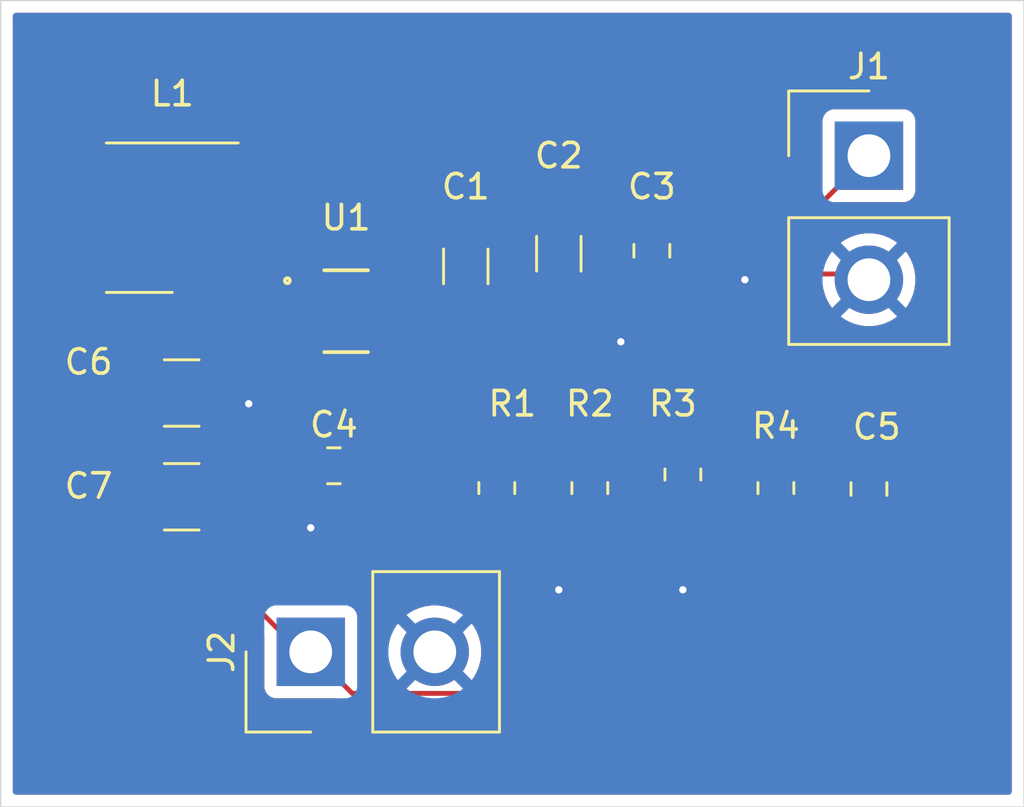
<source format=kicad_pcb>
(kicad_pcb (version 20241229) (generator "pcbnew") (generator_version "9.0")
  (layers (0 "F.Cu" signal) (2 "B.Cu" signal) (13 "F.Paste" user) (15 "B.Paste" user) (5 "F.SilkS" user "F.Silkscreen") (7 "B.SilkS" user "B.Silkscreen") (1 "F.Mask" user) (3 "B.Mask" user) (25 "Edge.Cuts" user))
  (net 0 "")
  (net 1 "/Vin")
  (net 2 "GND")
  (net 3 "Net-(U1-BOOT)")
  (net 4 "Net-(U1-FB)")
  (net 5 "Net-(C5-Pad1)")
  (net 6 "Net-(U1-RT)")
  (net 7 "/Vout")
  (net 8 "/SW")
  (footprint "Capacitor_SMD:C_1210_3225Metric" (layer "F.Cu") (at 144.575 91)
    (property "Reference" "C6" (at -3.81 -1.27 0) (layer "F.SilkS"))
    (property "Value" "47uF" (hide yes))
    (fp_line (start -0.711252 -1.36) (end 0.711252 -1.36) (stroke (width 0.12)) (layer "F.SilkS"))
    (fp_line (start -0.711252 1.36) (end 0.711252 1.36) (stroke (width 0.12)) (layer "F.SilkS"))
    (pad "1" smd roundrect (at -1.475 0) (size 1.15 2.7) (layers "F.Cu" "F.Mask" "F.Paste") (roundrect_rratio 0.217391) (net 7 "/Vout"))
    (pad "2" smd roundrect (at 1.475 0) (size 1.15 2.7) (layers "F.Cu" "F.Mask" "F.Paste") (roundrect_rratio 0.217391) (net 2 "GND"))
  )
  (footprint "Connector_Samtec_HPM_THT:Samtec_HPM-02-01-x-S_Straight_1x02_Pitch5.08mm" (layer "F.Cu") (at 149.86 101.6 90)
    (property "Reference" "J2" (at 0 -3.65 90) (layer "F.SilkS"))
    (property "Value" "Screw_Terminal_01x02" (hide yes))
    (fp_line (start -3.285 -2.65) (end 0 -2.65) (stroke (width 0.12)) (layer "F.SilkS"))
    (fp_line (start -3.285 0) (end -3.285 -2.65) (stroke (width 0.12)) (layer "F.SilkS"))
    (fp_line (start 3.285 2.54) (end 3.285 7.73) (stroke (width 0.12)) (layer "F.SilkS"))
    (fp_line (start -3.285 2.54) (end 3.285 2.54) (stroke (width 0.12)) (layer "F.SilkS"))
    (fp_line (start -3.285 2.54) (end -3.285 7.73) (stroke (width 0.12)) (layer "F.SilkS"))
    (fp_line (start -3.285 7.73) (end 3.285 7.73) (stroke (width 0.12)) (layer "F.SilkS"))
    (pad "1" thru_hole rect (at 0 0 90) (size 2.8 2.8) (drill 1.75) (layers "*.Cu" "*.Mask") (net 7 "/Vout"))
    (pad "2" thru_hole circle (at 0 5.08 90) (size 2.8 2.8) (drill 1.75) (layers "*.Cu" "*.Mask") (net 2 "GND"))
  )
  (footprint "Resistor_SMD:R_0805_2012Metric" (layer "F.Cu") (at 157.48 94.8925 -90)
    (property "Reference" "R1" (at -3.4525 -0.635 180) (layer "F.SilkS"))
    (property "Value" "30.9K" (hide yes))
    (fp_line (start -0.227064 0.735) (end 0.227064 0.735) (stroke (width 0.12)) (layer "F.SilkS"))
    (fp_line (start -0.227064 -0.735) (end 0.227064 -0.735) (stroke (width 0.12)) (layer "F.SilkS"))
    (pad "1" smd roundrect (at -0.9125 0 270) (size 1.025 1.4) (layers "F.Cu" "F.Mask" "F.Paste") (roundrect_rratio 0.243902) (net 6 "Net-(U1-RT)"))
    (pad "2" smd roundrect (at 0.9125 0 270) (size 1.025 1.4) (layers "F.Cu" "F.Mask" "F.Paste") (roundrect_rratio 0.243902) (net 2 "GND"))
  )
  (footprint "Capacitor_SMD:C_0805_2012Metric" (layer "F.Cu") (at 163.83 85.175 -90)
    (property "Reference" "C3" (at -2.625 0 0) (layer "F.SilkS"))
    (property "Value" "0.1uF" (hide yes))
    (fp_line (start -0.261252 0.735) (end 0.261252 0.735) (stroke (width 0.12)) (layer "F.SilkS"))
    (fp_line (start -0.261252 -0.735) (end 0.261252 -0.735) (stroke (width 0.12)) (layer "F.SilkS"))
    (pad "1" smd roundrect (at -0.95 0 270) (size 1 1.45) (layers "F.Cu" "F.Mask" "F.Paste") (net 1 "/Vin"))
    (pad "2" smd roundrect (at 0.95 0 270) (size 1 1.45) (layers "F.Cu" "F.Mask" "F.Paste") (net 2 "GND"))
  )
  (footprint "Capacitor_SMD:C_1206_3216Metric" (layer "F.Cu") (at 156.21 85.815 -90)
    (property "Reference" "C1" (at -3.265 0 0) (layer "F.SilkS"))
    (property "Value" "10uF" (hide yes))
    (fp_line (start -0.711252 0.91) (end 0.711252 0.91) (stroke (width 0.12)) (layer "F.SilkS"))
    (fp_line (start -0.711252 -0.91) (end 0.711252 -0.91) (stroke (width 0.12)) (layer "F.SilkS"))
    (pad "1" smd roundrect (at -1.475 0 270) (size 1.15 1.8) (layers "F.Cu" "F.Mask" "F.Paste") (roundrect_rratio 0.217391) (net 1 "/Vin"))
    (pad "2" smd roundrect (at 1.475 0 270) (size 1.15 1.8) (layers "F.Cu" "F.Mask" "F.Paste") (roundrect_rratio 0.217391) (net 2 "GND"))
  )
  (footprint "Resistor_SMD:R_0805_2012Metric" (layer "F.Cu") (at 161.29 94.8925 -90)
    (property "Reference" "R2" (at -3.4525 0 0) (layer "F.SilkS"))
    (property "Value" "84.5K" (hide yes))
    (fp_line (start -0.227064 0.735) (end 0.227064 0.735) (stroke (width 0.12)) (layer "F.SilkS"))
    (fp_line (start -0.227064 -0.735) (end 0.227064 -0.735) (stroke (width 0.12)) (layer "F.SilkS"))
    (pad "1" smd roundrect (at -0.9125 0 270) (size 1.025 1.4) (layers "F.Cu" "F.Mask" "F.Paste") (roundrect_rratio 0.243902) (net 7 "/Vout"))
    (pad "2" smd roundrect (at 0.9125 0 270) (size 1.025 1.4) (layers "F.Cu" "F.Mask" "F.Paste") (roundrect_rratio 0.243902) (net 4 "Net-(U1-FB)"))
  )
  (footprint "Resistor_SMD:R_0805_2012Metric" (layer "F.Cu") (at 168.91 94.8925 -90)
    (property "Reference" "R4" (at -2.54 0 0) (layer "F.SilkS"))
    (property "Value" "1K" (hide yes))
    (fp_line (start -0.227064 0.735) (end 0.227064 0.735) (stroke (width 0.12)) (layer "F.SilkS"))
    (fp_line (start -0.227064 -0.735) (end 0.227064 -0.735) (stroke (width 0.12)) (layer "F.SilkS"))
    (pad "1" smd roundrect (at -0.9125 0 270) (size 1.025 1.4) (layers "F.Cu" "F.Mask" "F.Paste") (roundrect_rratio 0.243902) (net 7 "/Vout"))
    (pad "2" smd roundrect (at 0.9125 0 270) (size 1.025 1.4) (layers "F.Cu" "F.Mask" "F.Paste") (roundrect_rratio 0.243902) (net 5 "Net-(C5-Pad1)"))
  )
  (footprint "Capacitor_SMD:C_0805_2012Metric" (layer "F.Cu") (at 150.81 93.98)
    (property "Reference" "C4" (at 0 -1.68 0) (layer "F.SilkS"))
    (property "Value" "0.1uF" (hide yes))
    (fp_line (start -0.261252 -0.735) (end 0.261252 -0.735) (stroke (width 0.12)) (layer "F.SilkS"))
    (fp_line (start -0.261252 0.735) (end 0.261252 0.735) (stroke (width 0.12)) (layer "F.SilkS"))
    (pad "1" smd roundrect (at -0.95 0) (size 1 1.45) (layers "F.Cu" "F.Mask" "F.Paste") (net 3 "Net-(U1-BOOT)"))
    (pad "2" smd roundrect (at 0.95 0) (size 1 1.45) (layers "F.Cu" "F.Mask" "F.Paste") (net 8 "/SW"))
  )
  (footprint "KiCADv6:WSON_SDRRR_TEX" (layer "F.Cu") (at 151.3078 87.649685)
    (property "Reference" "U1" (at 0 -3.829685 0) (layer "F.SilkS"))
    (property "Value" "LMR51450SDRRR" (hide yes))
    (fp_line (start -0.895578 1.6764) (end 0.895578 1.6764) (stroke (width 0.1524)) (layer "F.SilkS"))
    (fp_line (start 0.895578 -1.6764) (end -0.895578 -1.6764) (stroke (width 0.1524)) (layer "F.SilkS"))
    (fp_circle (center -2.405126 -1.250315) (end -2.303526 -1.250315) (stroke (width 0.1524)) (fill no) (layer "F.SilkS"))
    (pad "1" smd rect (at -1.4478 -1.250315) (size 0.8128 0.254) (layers "F.Cu" "F.Mask" "F.Paste") (net 8 "/SW"))
    (pad "2" smd rect (at -1.4478 -0.750189) (size 0.8128 0.254) (layers "F.Cu" "F.Mask" "F.Paste") (net 8 "/SW"))
    (pad "3" smd rect (at -1.4478 -0.250063) (size 0.8128 0.254) (layers "F.Cu" "F.Mask" "F.Paste") (net 8 "/SW"))
    (pad "4" smd rect (at -1.4478 0.250063) (size 0.8128 0.254) (layers "F.Cu" "F.Mask" "F.Paste") (net 3 "Net-(U1-BOOT)"))
    (pad "5" smd rect (at -1.4478 0.750189) (size 0.8128 0.254) (layers "F.Cu" "F.Mask" "F.Paste") (net 2 "GND"))
    (pad "6" smd rect (at -1.4478 1.250315) (size 0.8128 0.254) (layers "F.Cu" "F.Mask" "F.Paste") (net 6 "Net-(U1-RT)"))
    (pad "7" smd rect (at 1.4478 1.250315) (size 0.8128 0.254) (layers "F.Cu" "F.Mask" "F.Paste") (net 4 "Net-(U1-FB)"))
    (pad "8" smd rect (at 1.4478 0.750189) (size 0.8128 0.254) (layers "F.Cu" "F.Mask" "F.Paste") (net 2 "GND"))
    (pad "9" smd rect (at 1.4478 0.250063) (size 0.8128 0.254) (layers "F.Cu" "F.Mask" "F.Paste") (net 1 "/Vin"))
    (pad "10" smd rect (at 1.4478 -0.250063) (size 0.8128 0.254) (layers "F.Cu" "F.Mask" "F.Paste") (net 1 "/Vin"))
    (pad "11" smd rect (at 1.4478 -0.750189) (size 0.8128 0.254) (layers "F.Cu" "F.Mask" "F.Paste") (net 1 "/Vin"))
    (pad "12" smd rect (at 1.4478 -1.250315) (size 0.8128 0.254) (layers "F.Cu" "F.Mask" "F.Paste") (net 1 "/Vin"))
    (pad "13" smd rect (at 0 0) (size 1.397 2.5908) (layers "F.Cu" "F.Mask" "F.Paste") (net 2 "GND"))
  )
  (footprint "Capacitor_SMD:C_1206_3216Metric" (layer "F.Cu") (at 160.02 85.295 -90)
    (property "Reference" "C2" (at -4.015 0 0) (layer "F.SilkS"))
    (property "Value" "10uF" (hide yes))
    (fp_line (start -0.711252 0.91) (end 0.711252 0.91) (stroke (width 0.12)) (layer "F.SilkS"))
    (fp_line (start -0.711252 -0.91) (end 0.711252 -0.91) (stroke (width 0.12)) (layer "F.SilkS"))
    (pad "1" smd roundrect (at -1.475 0 270) (size 1.15 1.8) (layers "F.Cu" "F.Mask" "F.Paste") (roundrect_rratio 0.217391) (net 1 "/Vin"))
    (pad "2" smd roundrect (at 1.475 0 270) (size 1.15 1.8) (layers "F.Cu" "F.Mask" "F.Paste") (roundrect_rratio 0.217391) (net 2 "GND"))
  )
  (footprint "Resistor_SMD:R_0805_2012Metric" (layer "F.Cu") (at 165.1 94.3375 -90)
    (property "Reference" "R3" (at -2.8975 0.41 180) (layer "F.SilkS"))
    (property "Value" "10K" (hide yes))
    (fp_line (start -0.227064 0.735) (end 0.227064 0.735) (stroke (width 0.12)) (layer "F.SilkS"))
    (fp_line (start -0.227064 -0.735) (end 0.227064 -0.735) (stroke (width 0.12)) (layer "F.SilkS"))
    (pad "1" smd roundrect (at -0.9125 0 270) (size 1.025 1.4) (layers "F.Cu" "F.Mask" "F.Paste") (roundrect_rratio 0.243902) (net 4 "Net-(U1-FB)"))
    (pad "2" smd roundrect (at 0.9125 0 270) (size 1.025 1.4) (layers "F.Cu" "F.Mask" "F.Paste") (roundrect_rratio 0.243902) (net 2 "GND"))
  )
  (footprint "Capacitor_SMD:C_1210_3225Metric" (layer "F.Cu") (at 144.575 95.25)
    (property "Reference" "C7" (at -3.81 -0.44 0) (layer "F.SilkS"))
    (property "Value" "47uF" (hide yes))
    (fp_line (start -0.711252 -1.36) (end 0.711252 -1.36) (stroke (width 0.12)) (layer "F.SilkS"))
    (fp_line (start -0.711252 1.36) (end 0.711252 1.36) (stroke (width 0.12)) (layer "F.SilkS"))
    (pad "1" smd roundrect (at -1.475 0) (size 1.15 2.7) (layers "F.Cu" "F.Mask" "F.Paste") (roundrect_rratio 0.217391) (net 7 "/Vout"))
    (pad "2" smd roundrect (at 1.475 0) (size 1.15 2.7) (layers "F.Cu" "F.Mask" "F.Paste") (roundrect_rratio 0.217391) (net 2 "GND"))
  )
  (footprint "Capacitor_SMD:C_0805_2012Metric" (layer "F.Cu") (at 172.72 94.93 -90)
    (property "Reference" "C5" (at -2.54 -0.32 180) (layer "F.SilkS"))
    (property "Value" "22pF" (hide yes))
    (fp_line (start -0.261252 0.735) (end 0.261252 0.735) (stroke (width 0.12)) (layer "F.SilkS"))
    (fp_line (start -0.261252 -0.735) (end 0.261252 -0.735) (stroke (width 0.12)) (layer "F.SilkS"))
    (pad "1" smd roundrect (at -0.95 0 270) (size 1 1.45) (layers "F.Cu" "F.Mask" "F.Paste") (net 5 "Net-(C5-Pad1)"))
    (pad "2" smd roundrect (at 0.95 0 270) (size 1 1.45) (layers "F.Cu" "F.Mask" "F.Paste") (net 4 "Net-(U1-FB)"))
  )
  (footprint "Inductor_SMD_Wurth1:L_Wurth_WE-MXGI-5030" (layer "F.Cu") (at 144.19 83.82 180)
    (property "Reference" "L1" (at 0 5.08 0) (layer "F.SilkS"))
    (property "Value" "8.2uH" (hide yes))
    (fp_line (start 0 -3.06) (end 2.7 -3.06) (stroke (width 0.12)) (layer "F.SilkS"))
    (fp_line (start -2.7 3.06) (end 2.7 3.06) (stroke (width 0.12)) (layer "F.SilkS"))
    (pad "1" smd rect (at -1.95 0 180) (size 1.7 5.6) (layers "F.Cu" "F.Mask" "F.Paste") (net 8 "/SW"))
    (pad "2" smd rect (at 1.95 0 180) (size 1.7 5.6) (layers "F.Cu" "F.Mask" "F.Paste") (net 7 "/Vout"))
    (zone (net 0) (net_name "") (layers "F.Cu" "Dwgs.User") (name "Solder Resist") (connect_pads (clearance 0)) (min_thickness 0.25)
      (keepout (tracks not_allowed) (vias not_allowed) (pads not_allowed) (copperpour not_allowed) (footprints not_allowed))
      (fill (thermal_gap 0.5) (thermal_bridge_width 0.5))
      (polygon (pts (xy 145.29 80.77) (xy 143.09 80.77) (xy 143.09 86.87) (xy 145.29 86.87)))
    )
  )
  (footprint "Connector_Samtec_HPM_THT:Samtec_HPM-02-05-x-S_Straight_1x02_Pitch5.08mm" (layer "F.Cu") (at 172.72 81.28)
    (property "Reference" "J1" (at 0 -3.65 0) (layer "F.SilkS"))
    (property "Value" "Screw_Terminal_01x02" (hide yes))
    (fp_line (start -3.285 -2.65) (end 0 -2.65) (stroke (width 0.12)) (layer "F.SilkS"))
    (fp_line (start -3.285 0) (end -3.285 -2.65) (stroke (width 0.12)) (layer "F.SilkS"))
    (fp_line (start -3.285 2.54) (end -3.285 7.73) (stroke (width 0.12)) (layer "F.SilkS"))
    (fp_line (start -3.285 2.54) (end 3.285 2.54) (stroke (width 0.12)) (layer "F.SilkS"))
    (fp_line (start -3.285 7.73) (end 3.285 7.73) (stroke (width 0.12)) (layer "F.SilkS"))
    (fp_line (start 3.285 2.54) (end 3.285 7.73) (stroke (width 0.12)) (layer "F.SilkS"))
    (pad "1" thru_hole rect (at 0 0) (size 2.8 2.8) (drill 1.75) (layers "*.Cu" "*.Mask") (net 1 "/Vin"))
    (pad "2" thru_hole circle (at 0 5.08) (size 2.8 2.8) (drill 1.75) (layers "*.Cu" "*.Mask") (net 2 "GND"))
  )
  (gr_rect (start 137.16 74.93) (end 179.07 107.95) (stroke (width 0.05)) (fill no) (layer "Edge.Cuts"))
  (segment (start 160.02 83.82) (end 163.425 83.82) (width 0.2) (layer "F.Cu") (net 1))
  (segment (start 163.425 83.82) (end 163.83 84.225) (width 0.2) (layer "F.Cu") (net 1))
  (segment (start 169.775 84.225) (end 172.72 81.28) (width 0.2) (layer "F.Cu") (net 1))
  (segment (start 163.83 84.225) (end 169.775 84.225) (width 0.2) (layer "F.Cu") (net 1))
  (segment (start 156.21 84.34) (end 156.96 84.34) (width 0.2) (layer "F.Cu") (net 1))
  (segment (start 156.96 84.34) (end 157.48 83.82) (width 0.2) (layer "F.Cu") (net 1))
  (segment (start 157.48 83.82) (end 160.02 83.82) (width 0.2) (layer "F.Cu") (net 1))
  (segment (start 152.7556 86.39937) (end 154.15063 86.39937) (width 0.2) (layer "F.Cu") (net 1))
  (segment (start 152.7556 87.399622) (end 152.7556 86.39937) (width 0.2) (layer "F.Cu") (net 1))
  (segment (start 152.7556 87.899748) (end 152.7556 87.399622) (width 0.2) (layer "F.Cu") (net 1))
  (segment (start 154.15063 86.39937) (end 156.21 84.34) (width 0.2) (layer "F.Cu") (net 1))
  (segment (start 151.3078 87.649685) (end 150.557611 88.399874) (width 0.2) (layer "F.Cu") (net 2))
  (segment (start 157.48 99.06) (end 154.94 101.6) (width 0.2) (layer "F.Cu") (net 2))
  (segment (start 146.88 91) (end 147.32 91.44) (width 0.2) (layer "F.Cu") (net 2))
  (segment (start 160.02 86.77) (end 156.73 86.77) (width 0.2) (layer "F.Cu") (net 2))
  (segment (start 156.73 86.77) (end 156.21 87.29) (width 0.2) (layer "F.Cu") (net 2))
  (segment (start 161.935 86.77) (end 160.02 86.77) (width 0.2) (layer "F.Cu") (net 2))
  (segment (start 162.56 87.395) (end 162.56 88.9) (width 0.2) (layer "F.Cu") (net 2))
  (segment (start 146.05 95.25) (end 148.59 95.25) (width 0.2) (layer "F.Cu") (net 2))
  (segment (start 152.7556 88.399874) (end 152.057989 88.399874) (width 0.2) (layer "F.Cu") (net 2))
  (segment (start 162.56 87.395) (end 161.935 86.77) (width 0.2) (layer "F.Cu") (net 2))
  (segment (start 156.21 87.29) (end 155.100126 88.399874) (width 0.2) (layer "F.Cu") (net 2))
  (segment (start 172.485 86.125) (end 172.72 86.36) (width 0.2) (layer "F.Cu") (net 2))
  (segment (start 146.05 91) (end 146.88 91) (width 0.2) (layer "F.Cu") (net 2))
  (segment (start 158.2935 96.6185) (end 163.7315 96.6185) (width 0.2) (layer "F.Cu") (net 2))
  (segment (start 150.557611 88.399874) (end 149.86 88.399874) (width 0.2) (layer "F.Cu") (net 2))
  (segment (start 157.48 99.06) (end 160.02 99.06) (width 0.2) (layer "F.Cu") (net 2))
  (segment (start 163.7315 96.6185) (end 165.1 95.25) (width 0.2) (layer "F.Cu") (net 2))
  (segment (start 155.100126 88.399874) (end 152.7556 88.399874) (width 0.2) (layer "F.Cu") (net 2))
  (segment (start 163.83 86.125) (end 167.405 86.125) (width 0.2) (layer "F.Cu") (net 2))
  (segment (start 167.405 86.125) (end 167.64 86.36) (width 0.2) (layer "F.Cu") (net 2))
  (segment (start 157.48 95.805) (end 158.2935 96.6185) (width 0.2) (layer "F.Cu") (net 2))
  (segment (start 152.057989 88.399874) (end 151.3078 87.649685) (width 0.2) (layer "F.Cu") (net 2))
  (segment (start 148.59 95.25) (end 154.94 101.6) (width 0.2) (layer "F.Cu") (net 2))
  (segment (start 163.83 86.125) (end 172.485 86.125) (width 0.2) (layer "F.Cu") (net 2))
  (segment (start 150.495274 88.399874) (end 150.5674 88.327748) (width 0.2) (layer "F.Cu") (net 2))
  (segment (start 165.1 95.25) (end 165.1 99.06) (width 0.2) (layer "F.Cu") (net 2))
  (segment (start 149.86 88.399874) (end 150.495274 88.399874) (width 0.2) (layer "F.Cu") (net 2))
  (segment (start 146.05 91) (end 146.05 95.25) (width 0.2) (layer "F.Cu") (net 2))
  (segment (start 163.83 86.125) (end 162.56 87.395) (width 0.2) (layer "F.Cu") (net 2))
  (via (at 162.56 88.9) (size 0.6) (drill 0.3) (layers "F.Cu" "B.Cu") (net 2))
  (via (at 149.86 96.52) (size 0.6) (drill 0.3) (layers "F.Cu" "B.Cu") (net 2))
  (via (at 160.02 99.06) (size 0.6) (drill 0.3) (layers "F.Cu" "B.Cu") (net 2))
  (via (at 147.32 91.44) (size 0.6) (drill 0.3) (layers "F.Cu" "B.Cu") (net 2))
  (via (at 165.1 99.06) (size 0.6) (drill 0.3) (layers "F.Cu" "B.Cu") (net 2))
  (via (at 167.64 86.36) (size 0.6) (drill 0.3) (layers "F.Cu" "B.Cu") (net 2))
  (segment (start 149.86 87.899748) (end 149.224726 87.899748) (width 0.2) (layer "F.Cu") (net 3))
  (segment (start 149.224726 87.899748) (end 148.59 88.534474) (width 0.2) (layer "F.Cu") (net 3))
  (segment (start 148.59 88.534474) (end 148.59 92.71) (width 0.2) (layer "F.Cu") (net 3))
  (segment (start 148.59 92.71) (end 149.86 93.98) (width 0.2) (layer "F.Cu") (net 3))
  (segment (start 171.9815 96.6185) (end 172.72 95.88) (width 0.2) (layer "F.Cu") (net 4))
  (segment (start 152.7556 88.9) (end 154.385 88.9) (width 0.2) (layer "F.Cu") (net 4))
  (segment (start 165.1 93.425) (end 163.67 93.425) (width 0.2) (layer "F.Cu") (net 4))
  (segment (start 165.1 93.49366) (end 168.22484 96.6185) (width 0.2) (layer "F.Cu") (net 4))
  (segment (start 168.22484 96.6185) (end 171.9815 96.6185) (width 0.2) (layer "F.Cu") (net 4))
  (segment (start 154.385 88.9) (end 161.29 95.805) (width 0.2) (layer "F.Cu") (net 4))
  (segment (start 163.67 93.425) (end 161.29 95.805) (width 0.2) (layer "F.Cu") (net 4))
  (segment (start 165.1 93.425) (end 165.1 93.49366) (width 0.2) (layer "F.Cu") (net 4))
  (segment (start 170.895 95.805) (end 172.72 93.98) (width 0.2) (layer "F.Cu") (net 5))
  (segment (start 168.91 95.805) (end 170.895 95.805) (width 0.2) (layer "F.Cu") (net 5))
  (segment (start 149.86 88.9) (end 154.94 93.98) (width 0.2) (layer "F.Cu") (net 6))
  (segment (start 154.94 93.98) (end 157.48 93.98) (width 0.2) (layer "F.Cu") (net 6))
  (segment (start 173.746 96.36516) (end 173.746 93.49484) (width 0.2) (layer "F.Cu") (net 7))
  (segment (start 172.86266 92.6115) (end 170.2785 92.6115) (width 0.2) (layer "F.Cu") (net 7))
  (segment (start 149.86 101.6) (end 151.561 103.301) (width 0.2) (layer "F.Cu") (net 7))
  (segment (start 170.2785 92.6115) (end 168.91 93.98) (width 0.2) (layer "F.Cu") (net 7))
  (segment (start 166.81016 103.301) (end 173.746 96.36516) (width 0.2) (layer "F.Cu") (net 7))
  (segment (start 142.24 90.14) (end 142.24 83.82) (width 0.2) (layer "F.Cu") (net 7))
  (segment (start 161.29 93.98) (end 162.6585 92.6115) (width 0.2) (layer "F.Cu") (net 7))
  (segment (start 173.746 93.49484) (end 172.86266 92.6115) (width 0.2) (layer "F.Cu") (net 7))
  (segment (start 149.45 101.6) (end 143.1 95.25) (width 0.2) (layer "F.Cu") (net 7))
  (segment (start 149.86 101.6) (end 149.45 101.6) (width 0.2) (layer "F.Cu") (net 7))
  (segment (start 162.6585 92.6115) (end 167.5415 92.6115) (width 0.2) (layer "F.Cu") (net 7))
  (segment (start 151.561 103.301) (end 166.81016 103.301) (width 0.2) (layer "F.Cu") (net 7))
  (segment (start 167.5415 92.6115) (end 168.91 93.98) (width 0.2) (layer "F.Cu") (net 7))
  (segment (start 143.1 91) (end 142.24 90.14) (width 0.2) (layer "F.Cu") (net 7))
  (segment (start 143.1 95.25) (end 143.1 91) (width 0.2) (layer "F.Cu") (net 7))
  (segment (start 149.359874 86.899496) (end 149.219496 86.899496) (width 0.2) (layer "F.Cu") (net 8))
  (segment (start 149.86 86.39937) (end 148.189 88.07037) (width 0.2) (layer "F.Cu") (net 8))
  (segment (start 149.86 86.39937) (end 149.359874 86.899496) (width 0.2) (layer "F.Cu") (net 8))
  (segment (start 148.189 88.07037) (end 148.189 93.82016) (width 0.2) (layer "F.Cu") (net 8))
  (segment (start 149.86 87.399622) (end 149.86 86.39937) (width 0.2) (layer "F.Cu") (net 8))
  (segment (start 149.219496 86.899496) (end 146.14 83.82) (width 0.2) (layer "F.Cu") (net 8))
  (segment (start 149.37484 95.006) (end 150.734 95.006) (width 0.2) (layer "F.Cu") (net 8))
  (segment (start 148.189 93.82016) (end 149.37484 95.006) (width 0.2) (layer "F.Cu") (net 8))
  (segment (start 150.734 95.006) (end 151.76 93.98) (width 0.2) (layer "F.Cu") (net 8))
  (zone (net 7) (net_name "/Vout") (layer "F.Cu") (priority 1) (connect_pads (clearance 0.5)) (min_thickness 0.25) (fill yes (thermal_gap 0.5) (thermal_bridge_width 0.5))
    (polygon (pts (xy 137.16 74.93) (xy 179.07 74.93) (xy 179.07 107.95) (xy 137.16 107.95)))
  )
  (zone (net 8) (net_name "/SW") (layer "F.Cu") (priority 2) (connect_pads (clearance 0.5)) (min_thickness 0.25) (fill yes (thermal_gap 0.5) (thermal_bridge_width 0.5))
    (polygon (pts (xy 137.16 74.93) (xy 179.07 74.93) (xy 179.07 107.95) (xy 137.16 107.95)))
  )
  (zone (net 1) (net_name "/Vin") (layer "F.Cu") (priority 1) (connect_pads (clearance 0.5)) (min_thickness 0.25) (fill yes (thermal_gap 0.5) (thermal_bridge_width 0.5))
    (polygon (pts (xy 137.16 74.93) (xy 179.07 74.93) (xy 179.07 107.95) (xy 137.16 107.95)))
  )
  (zone (net 2) (net_name "GND") (layer "B.Cu") (priority 3) (connect_pads (clearance 0.5)) (min_thickness 0.25) (fill yes (thermal_gap 0.5) (thermal_bridge_width 0.5))
    (polygon (pts (xy 137.16 74.93) (xy 179.07 74.93) (xy 179.07 107.95) (xy 137.16 107.95)))
  )
)
</source>
